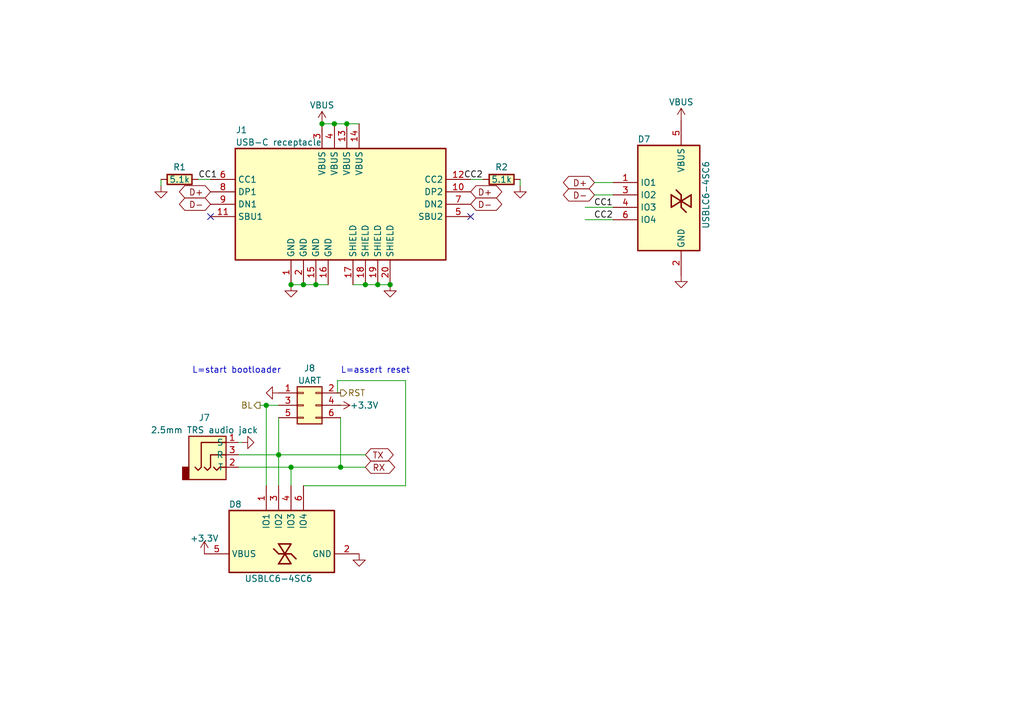
<source format=kicad_sch>
(kicad_sch (version 20230121) (generator eeschema)
  (paper "A5")
  (title_block (title "rSIM") (date "$date$") (rev "$version$.$revision$") (company "CuVoodoo") (comment 1 "King Kévin") (comment 2 "CERN-OHL-S") (comment 3 "USB and UART ports"))
  (lib_symbols
    (symbol "Connector_Audio:AudioJack3"
      (property "Reference" "J7" (at -1.905 7.62 0))
      (property "Value" "2.5mm TRS audio jack" (at -1.905 5.08 0))
      (symbol "AudioJack3_0_1"
        (rectangle (start -5.08 -5.08) (end -6.35 -2.54) (stroke (width 0.254)) (fill (type outline)))
        (polyline (pts (xy 0 -2.54) (xy 0.635 -3.175) (xy 1.27 -2.54) (xy 2.54 -2.54)) (stroke (width 0.254)))
        (polyline (pts (xy -1.905 -2.54) (xy -1.27 -3.175) (xy -0.635 -2.54) (xy -0.635 0) (xy 2.54 0)) (stroke (width 0.254)))
        (polyline (pts (xy 2.54 2.54) (xy -2.54 2.54) (xy -2.54 -2.54) (xy -3.175 -3.175) (xy -3.81 -2.54)) (stroke (width 0.254)))
        (rectangle (start 2.54 3.81) (end -5.08 -5.08) (stroke (width 0.254)) (fill (type background)))
      )
      (symbol "AudioJack3_1_1"
        (pin passive line (at 5.08 2.54 180) (length 2.54) (name "S") (number "1"))
        (pin passive line (at 5.08 -2.54 180) (length 2.54) (name "T") (number "2"))
        (pin passive line (at 5.08 0 180) (length 2.54) (name "R") (number "3"))
      )
    )
    (symbol "Connector_Generic:Conn_02x03_Odd_Even" (pin_names (offset 1.016) hide)
      (property "Reference" "J" (at 1.27 5.08 0))
      (property "Value" "Conn_02x03_Odd_Even" (at 1.27 -5.08 0))
      (symbol "Conn_02x03_Odd_Even_1_1"
        (rectangle (start -1.27 -2.413) (end 0 -2.667) (stroke (width 0.1524)))
        (rectangle (start -1.27 0.127) (end 0 -0.127) (stroke (width 0.1524)))
        (rectangle (start -1.27 2.667) (end 0 2.413) (stroke (width 0.1524)))
        (rectangle (start -1.27 3.81) (end 3.81 -3.81) (stroke (width 0.254)) (fill (type background)))
        (rectangle (start 3.81 -2.413) (end 2.54 -2.667) (stroke (width 0.1524)))
        (rectangle (start 3.81 0.127) (end 2.54 -0.127) (stroke (width 0.1524)))
        (rectangle (start 3.81 2.667) (end 2.54 2.413) (stroke (width 0.1524)))
        (pin passive line (at -5.08 2.54 0) (length 3.81) (name "Pin_1") (number "1"))
        (pin passive line (at 7.62 2.54 180) (length 3.81) (name "Pin_2") (number "2"))
        (pin passive line (at -5.08 0 0) (length 3.81) (name "Pin_3") (number "3"))
        (pin passive line (at 7.62 0 180) (length 3.81) (name "Pin_4") (number "4"))
        (pin passive line (at -5.08 -2.54 0) (length 3.81) (name "Pin_5") (number "5"))
        (pin passive line (at 7.62 -2.54 180) (length 3.81) (name "Pin_6") (number "6"))
      )
    )
    (symbol "VCC_1" (power) (pin_names (offset 0))
      (property "Value" "VCC_1" (at 0 3.81 0))
      (symbol "VCC_1_0_1"
        (polyline (pts (xy -0.762 1.27) (xy 0 2.54)))
        (polyline (pts (xy 0 0) (xy 0 2.54)))
        (polyline (pts (xy 0 2.54) (xy 0.762 1.27)))
      )
      (symbol "VCC_1_1_1"
        (pin power_in line (at 0 0 90) (length 0) hide (name "VBUS") (number "1"))
      )
    )
    (symbol "partdb:TVS/USBLC6-4SC6"
      (property "Reference" "D" (at 0 0.762 0))
      (property "Value" "USBLC6-4SC6" (at 9.652 -22.352 0))
      (symbol "TVS/USBLC6-4SC6_1_1"
        (polyline (pts (xy 8.89 -12.7) (xy 9.906 -13.716)) (stroke (width 0.305)))
        (polyline (pts (xy 8.89 -10.16) (xy 7.874 -9.144)) (stroke (width 0.305)))
        (polyline (pts (xy 8.89 -10.16) (xy 8.89 -12.7)) (stroke (width 0.305)))
        (polyline (pts (xy 6.858 -10.16) (xy 8.89 -11.43) (xy 6.858 -12.7) (xy 6.858 -10.16)) (stroke (width 0.305)) (fill (type background)))
        (polyline (pts (xy 10.922 -10.16) (xy 8.89 -11.43) (xy 10.922 -12.7) (xy 10.922 -10.16)) (stroke (width 0.305)) (fill (type background)))
        (rectangle (start 0 0) (end 12.7 -21.59) (stroke (width 0.305)) (fill (type background)))
        (pin passive line (at -5.08 -7.62 0) (length 5.08) (name "IO1") (number "1"))
        (pin power_in line (at 8.89 -26.67 90) (length 5.08) (name "GND") (number "2"))
        (pin passive line (at -5.08 -10.16 0) (length 5.08) (name "IO2") (number "3"))
        (pin passive line (at -5.08 -12.7 0) (length 5.08) (name "IO3") (number "4"))
        (pin power_in line (at 8.89 5.08 270) (length 5.08) (name "VBUS") (number "5"))
        (pin passive line (at -5.08 -15.24 0) (length 5.08) (name "IO4") (number "6"))
      )
    )
    (symbol "partdb:USB/TYPE-C-31-M-12"
      (property "Reference" "J" (at 0 0.762 0))
      (property "Value" "HRO_TYPE-C-31-M-12" (at 32.512 -23.622 0))
      (symbol "USB/TYPE-C-31-M-12_1_1"
        (rectangle (start 0 0) (end 43.18 -22.86) (stroke (width 0.305)) (fill (type background)))
        (pin power_in line (at 11.43 -27.94 90) (length 5.08) (name "GND") (number "1"))
        (pin bidirectional line (at 48.26 -8.89 180) (length 5.08) (name "DP2") (number "10"))
        (pin bidirectional line (at -5.08 -13.97 0) (length 5.08) (name "SBU1") (number "11"))
        (pin bidirectional line (at 48.26 -6.35 180) (length 5.08) (name "CC2") (number "12"))
        (pin power_in line (at 22.86 5.08 270) (length 5.08) (name "VBUS") (number "13"))
        (pin power_in line (at 25.4 5.08 270) (length 5.08) (name "VBUS") (number "14"))
        (pin power_in line (at 16.51 -27.94 90) (length 5.08) (name "GND") (number "15"))
        (pin power_in line (at 19.05 -27.94 90) (length 5.08) (name "GND") (number "16"))
        (pin passive line (at 24.13 -27.94 90) (length 5.08) (name "SHIELD") (number "17"))
        (pin passive line (at 26.67 -27.94 90) (length 5.08) (name "SHIELD") (number "18"))
        (pin passive line (at 29.21 -27.94 90) (length 5.08) (name "SHIELD") (number "19"))
        (pin power_in line (at 13.97 -27.94 90) (length 5.08) (name "GND") (number "2"))
        (pin passive line (at 31.75 -27.94 90) (length 5.08) (name "SHIELD") (number "20"))
        (pin power_in line (at 17.78 5.08 270) (length 5.08) (name "VBUS") (number "3"))
        (pin power_in line (at 20.32 5.08 270) (length 5.08) (name "VBUS") (number "4"))
        (pin bidirectional line (at 48.26 -13.97 180) (length 5.08) (name "SBU2") (number "5"))
        (pin bidirectional line (at -5.08 -6.35 0) (length 5.08) (name "CC1") (number "6"))
        (pin bidirectional line (at 48.26 -11.43 180) (length 5.08) (name "DN2") (number "7"))
        (pin bidirectional line (at -5.08 -8.89 0) (length 5.08) (name "DP1") (number "8"))
        (pin bidirectional line (at -5.08 -11.43 0) (length 5.08) (name "DN1") (number "9"))
      )
    )
    (symbol "partdb:resistor/R0603 5.1K 1%" (pin_numbers hide) (pin_names hide)
      (property "Reference" "R" (at 0 1.778 0))
      (property "Value" "R0603" (at 0 -1.778 0))
      (symbol "resistor/R0603 5.1K 1%_1_1"
        (rectangle (start -2.54 1.016) (end 2.54 -1.016) (stroke (width 0.305)) (fill (type background)))
        (pin passive line (at -3.81 0 0) (length 1.27) (name "L") (number "1"))
        (pin passive line (at 3.81 0 180) (length 1.27) (name "R") (number "2"))
      )
    )
    (symbol "power:+3.3V" (power) (pin_names (offset 0))
      (property "Value" "+3.3V" (at 0 3.556 0))
      (symbol "+3.3V_0_1"
        (polyline (pts (xy -0.762 1.27) (xy 0 2.54)))
        (polyline (pts (xy 0 0) (xy 0 2.54)))
        (polyline (pts (xy 0 2.54) (xy 0.762 1.27)))
      )
      (symbol "+3.3V_1_1"
        (pin power_in line (at 0 0 90) (length 0) hide (name "+3.3V") (number "1"))
      )
    )
    (symbol "power:GND" (power) (pin_names (offset 0))
      (property "Value" "GND" (at 0 -3.81 0))
      (symbol "GND_0_1"
        (polyline (pts (xy 0 0) (xy 0 -1.27) (xy 1.27 -1.27) (xy 0 -2.54) (xy -1.27 -1.27) (xy 0 -1.27)))
      )
      (symbol "GND_1_1"
        (pin power_in line (at 0 0 270) (length 0) hide (name "GND") (number "1"))
      )
    )
    (symbol "resistor/R0603 5.1K 1%_1" (pin_numbers hide) (pin_names hide)
      (property "Reference" "R" (at 0 1.778 0))
      (property "Value" "R0603" (at 0 -1.778 0))
      (symbol "resistor/R0603 5.1K 1%_1_1_1"
        (rectangle (start -2.54 1.016) (end 2.54 -1.016) (stroke (width 0.305)) (fill (type background)))
        (pin passive line (at -3.81 0 0) (length 1.27) (name "L") (number "1"))
        (pin passive line (at 3.81 0 180) (length 1.27) (name "R") (number "2"))
      )
    )
  )
  (junction (at 71.12 25.4))
  (junction (at 74.93 58.42))
  (junction (at 69.85 95.885))
  (junction (at 77.47 58.42))
  (junction (at 64.77 58.42))
  (junction (at 80.01 58.42))
  (junction (at 66.04 25.4))
  (junction (at 68.58 25.4))
  (junction (at 57.15 93.345))
  (junction (at 59.69 58.42))
  (junction (at 59.69 95.885))
  (junction (at 54.61 83.185))
  (junction (at 62.23 58.42))
  (no_connect (at 43.18 44.45))
  (no_connect (at 96.52 44.45))
  (wire (pts (xy 57.15 85.725) (xy 57.15 93.345)))
  (wire (pts (xy 53.34 83.185) (xy 54.61 83.185)))
  (wire (pts (xy 83.185 78.105) (xy 83.185 99.695)))
  (wire (pts (xy 125.73 45.085) (xy 120.015 45.085)))
  (wire (pts (xy 48.895 93.345) (xy 57.15 93.345)))
  (wire (pts (xy 68.58 25.4) (xy 71.12 25.4)))
  (wire (pts (xy 40.64 36.83) (xy 43.18 36.83)))
  (wire (pts (xy 83.185 99.695) (xy 62.23 99.695)))
  (wire (pts (xy 64.77 58.42) (xy 67.31 58.42)))
  (wire (pts (xy 69.85 95.885) (xy 74.93 95.885)))
  (wire (pts (xy 33.02 38.1) (xy 33.02 36.83)))
  (wire (pts (xy 121.92 40.005) (xy 125.73 40.005)))
  (wire (pts (xy 66.04 25.4) (xy 68.58 25.4)))
  (wire (pts (xy 57.15 93.345) (xy 57.15 99.695)))
  (wire (pts (xy 48.895 95.885) (xy 59.69 95.885)))
  (wire (pts (xy 77.47 58.42) (xy 80.01 58.42)))
  (wire (pts (xy 62.23 58.42) (xy 64.77 58.42)))
  (wire (pts (xy 74.93 58.42) (xy 77.47 58.42)))
  (wire (pts (xy 57.15 93.345) (xy 74.93 93.345)))
  (wire (pts (xy 106.68 38.1) (xy 106.68 36.83)))
  (wire (pts (xy 121.92 37.465) (xy 125.73 37.465)))
  (wire (pts (xy 59.69 95.885) (xy 69.85 95.885)))
  (wire (pts (xy 54.61 83.185) (xy 54.61 99.695)))
  (wire (pts (xy 48.895 90.805) (xy 49.53 90.805)))
  (wire (pts (xy 72.39 58.42) (xy 74.93 58.42)))
  (wire (pts (xy 69.215 80.645) (xy 69.85 80.645)))
  (wire (pts (xy 69.215 78.105) (xy 83.185 78.105)))
  (wire (pts (xy 59.69 95.885) (xy 59.69 99.695)))
  (wire (pts (xy 69.85 83.185) (xy 69.215 83.185)))
  (wire (pts (xy 69.215 80.645) (xy 69.215 78.105)))
  (wire (pts (xy 99.06 36.83) (xy 96.52 36.83)))
  (wire (pts (xy 54.61 83.185) (xy 57.15 83.185)))
  (wire (pts (xy 125.73 42.545) (xy 120.015 42.545)))
  (wire (pts (xy 71.12 25.4) (xy 73.66 25.4)))
  (wire (pts (xy 69.85 85.725) (xy 69.85 95.885)))
  (wire (pts (xy 59.69 58.42) (xy 62.23 58.42)))
  (text "L=assert reset" (at 69.85 76.835 0) (effects (font (size 1.27 1.27)) (justify left bottom)))
  (text "L=start bootloader" (at 39.37 76.835 0) (effects (font (size 1.27 1.27)) (justify left bottom)))
  (label "CC2" (at 125.73 45.085 180))
  (label "CC2" (at 99.06 36.83 180))
  (label "CC1" (at 125.73 42.545 180))
  (label "CC1" (at 40.64 36.83 0))
  (global_label "D-" (shape bidirectional) (at 96.52 41.91 0) (property "Intersheetrefs" "${INTERSHEET_REFS}" (effects hide)))
  (global_label "D-" (shape bidirectional) (at 121.92 40.005 180) (property "Intersheetrefs" "${INTERSHEET_REFS}" (effects hide)))
  (global_label "D+" (shape bidirectional) (at 121.92 37.465 180) (property "Intersheetrefs" "${INTERSHEET_REFS}" (effects hide)))
  (global_label "RX" (shape bidirectional) (at 74.93 95.885 0) (property "Intersheetrefs" "${INTERSHEET_REFS}" (effects hide)))
  (global_label "D+" (shape bidirectional) (at 96.52 39.37 0) (property "Intersheetrefs" "${INTERSHEET_REFS}" (effects hide)))
  (global_label "D+" (shape bidirectional) (at 43.18 39.37 180) (property "Intersheetrefs" "${INTERSHEET_REFS}" (effects hide)))
  (global_label "D-" (shape bidirectional) (at 43.18 41.91 180) (property "Intersheetrefs" "${INTERSHEET_REFS}" (effects hide)))
  (global_label "TX" (shape bidirectional) (at 74.93 93.345 0) (property "Intersheetrefs" "${INTERSHEET_REFS}" (effects hide)))
  (hierarchical_label "BL" (shape output) (at 53.34 83.185 180))
  (hierarchical_label "RST" (shape output) (at 69.85 80.645 0))
  (symbol (lib_id "partdb:TVS/USBLC6-4SC6") (at 130.81 29.845 0) (unit 1)
    (property "Reference" "D7" (at 132.08 28.575 0))
    (property "Value" "USBLC6-4SC6" (at 144.78 40.005 90))
    (property "Footprint" "qeda:SOT95P280X145-6N" (effects hide))
    (property "Datasheet" "https://www.st.com/resource/en/datasheet/usblc6-4.pdf" (effects hide))
    (property "qeda_part" "diode/tvs_st_usblc6-4" (effects hide))
    (property "qeda_variant" "sc6" (effects hide))
    (property "Description" "TVS 4-line" (effects hide))
    (property "LCSC" "C558419" (effects hide))
    (instances (project "rsim" (path "" (reference "D7") (unit 1)) (path "" (reference "D2") (unit 1))))
  )
  (symbol (lib_id "partdb:resistor/R0603 5.1K 1%") (at 102.87 36.83 0) (unit 1)
    (property "Reference" "R2" (at 102.87 34.29 0))
    (property "Value" "5.1k" (at 102.87 36.83 0))
    (property "Footprint" "qeda:UC1608X55N" (effects hide))
    (property "Datasheet" "resistor, chip, 1.6x0.8 mm" (effects hide))
    (property "qeda_part" "resistor/r0603" (effects hide))
    (property "JLCPCB_CORRECTION" "0;0;-90" (effects hide))
    (property "LCSC" "C23186" (effects hide))
    (property "Description" "5.1k ±1%" (effects hide))
    (property "name" "resistor, chip, 1.6x0.8 mm" (effects hide))
  )
  (symbol (lib_name "resistor/R0603 5.1K 1%_1") (lib_id "partdb:resistor/R0603 5.1K 1%") (at 36.83 36.83 0) (unit 1)
    (property "Reference" "R1" (at 36.83 34.29 0))
    (property "Value" "5.1k" (at 36.83 36.83 0))
    (property "Footprint" "qeda:UC1608X55N" (effects hide))
    (property "Datasheet" "resistor, chip, 1.6x0.8 mm" (effects hide))
    (property "qeda_part" "resistor/r0603" (effects hide))
    (property "JLCPCB_CORRECTION" "0;0;-90" (effects hide))
    (property "LCSC" "C23186" (effects hide))
    (property "Description" "5.1k ±1%" (effects hide))
    (property "name" "resistor, chip, 1.6x0.8 mm" (effects hide))
  )
  (symbol (lib_id "power:GND") (at 57.15 80.645 270) (mirror x) (unit 1)
    (property "Reference" "#PWR036" (effects hide))
    (property "Value" "GND" (effects hide))
    (instances (project "rsim" (path "" (reference "#PWR036") (unit 1)) (path "" (reference "#PWR04") (unit 1))))
  )
  (symbol (lib_id "power:GND") (at 80.01 58.42 0) (unit 1)
    (property "Reference" "#PWR013" (effects hide))
    (property "Value" "GND" (effects hide))
    (instances (project "rsim" (path "" (reference "#PWR013") (unit 1)) (path "" (reference "#PWR09") (unit 1))))
  )
  (symbol (lib_id "Connector_Audio:AudioJack3") (at 43.815 93.345 0) (unit 1)
    (property "Reference" "J7" (at 41.91 85.725 0))
    (property "Value" "2.5mm TRS audio jack" (at 41.91 88.265 0))
    (property "Footprint" "qeda:CONNECTOR_PJ-208-SMT" (effects hide))
    (instances (project "rsim" (path "" (reference "J7") (unit 1)) (path "" (reference "J1") (unit 1))))
  )
  (symbol (lib_name "VCC_1") (lib_id "power:VCC") (at 66.04 25.4 0) (unit 1)
    (property "Reference" "#PWR012" (effects hide))
    (property "Value" "VBUS" (at 66.04 21.59 0))
    (instances (project "rsim" (path "" (reference "#PWR012") (unit 1)) (path "" (reference "#PWR06") (unit 1))))
  )
  (symbol (lib_id "partdb:TVS/USBLC6-4SC6") (at 46.99 104.775 90) (mirror x) (unit 1)
    (property "Reference" "D8" (at 48.26 103.505 90))
    (property "Value" "USBLC6-4SC6" (at 57.15 118.745 90))
    (property "Footprint" "qeda:SOT95P280X145-6N" (effects hide))
    (property "Datasheet" "https://www.st.com/resource/en/datasheet/usblc6-4.pdf" (effects hide))
    (property "qeda_part" "diode/tvs_st_usblc6-4" (effects hide))
    (property "qeda_variant" "sc6" (effects hide))
    (property "Description" "TVS 4-line" (effects hide))
    (property "LCSC" "C558419" (effects hide))
    (instances (project "rsim" (path "" (reference "D8") (unit 1)) (path "" (reference "D1") (unit 1))))
  )
  (symbol (lib_name "VCC_1") (lib_id "power:VCC") (at 139.7 24.765 0) (unit 1)
    (property "Reference" "#PWR012" (effects hide))
    (property "Value" "VBUS" (at 139.7 20.955 0))
    (instances (project "rsim" (path "" (reference "#PWR012") (unit 1)) (path "" (reference "#PWR011") (unit 1))))
  )
  (symbol (lib_id "power:GND") (at 59.69 58.42 0) (unit 1)
    (property "Reference" "#PWR014" (effects hide))
    (property "Value" "GND" (effects hide))
    (instances (project "rsim" (path "" (reference "#PWR014") (unit 1)) (path "" (reference "#PWR05") (unit 1))))
  )
  (symbol (lib_id "power:GND") (at 139.7 56.515 0) (mirror y) (unit 1)
    (property "Reference" "#PWR033" (effects hide))
    (property "Value" "GND" (effects hide))
    (instances (project "rsim" (path "" (reference "#PWR033") (unit 1)) (path "" (reference "#PWR012") (unit 1))))
  )
  (symbol (lib_id "power:+3.3V") (at 69.215 83.185 270) (mirror x) (unit 1)
    (property "Reference" "#PWR035" (effects hide))
    (property "Value" "+3.3V" (at 71.755 83.185 90) (effects (justify left)))
    (instances (project "rsim" (path "" (reference "#PWR035") (unit 1)) (path "" (reference "#PWR07") (unit 1))))
  )
  (symbol (lib_id "power:GND") (at 73.66 113.665 0) (mirror y) (unit 1)
    (property "Reference" "#PWR018" (effects hide))
    (property "Value" "GND" (effects hide))
    (instances (project "rsim" (path "" (reference "#PWR018") (unit 1)) (path "" (reference "#PWR08") (unit 1))))
  )
  (symbol (lib_id "power:GND") (at 49.53 90.805 90) (mirror x) (unit 1)
    (property "Reference" "#PWR037" (effects hide))
    (property "Value" "GND" (effects hide))
    (instances (project "rsim" (path "" (reference "#PWR037") (unit 1)) (path "" (reference "#PWR03") (unit 1))))
  )
  (symbol (lib_id "power:+3.3V") (at 41.91 113.665 0) (mirror y) (unit 1)
    (property "Reference" "#PWR034" (effects hide))
    (property "Value" "+3.3V" (at 41.91 110.49 0))
    (instances (project "rsim" (path "" (reference "#PWR034") (unit 1)) (path "" (reference "#PWR02") (unit 1))))
  )
  (symbol (lib_id "power:GND") (at 106.68 38.1 0) (unit 1)
    (property "Reference" "#PWR015" (effects hide))
    (property "Value" "GND" (effects hide))
    (instances (project "rsim" (path "" (reference "#PWR015") (unit 1)) (path "" (reference "#PWR010") (unit 1))))
  )
  (symbol (lib_id "power:GND") (at 33.02 38.1 0) (unit 1)
    (property "Reference" "#PWR016" (effects hide))
    (property "Value" "GND" (effects hide))
    (instances (project "rsim" (path "" (reference "#PWR016") (unit 1)) (path "" (reference "#PWR01") (unit 1))))
  )
  (symbol (lib_id "partdb:USB/TYPE-C-31-M-12") (at 48.26 30.48 0) (unit 1)
    (property "Reference" "J1" (at 49.53 26.67 0))
    (property "Value" "USB-C receptacle" (at 57.15 29.21 0))
    (property "Footprint" "qeda:CONNECTOR_HRO_TYPE-C-31-M-12" (effects hide))
    (property "Datasheet" "https://datasheet.lcsc.com/lcsc/2205251630_Korean-Hroparts-Elec-TYPE-C-31-M-12_C165948.pdf" (effects hide))
    (property "qeda_part" "connector/usb-c_hro_type-c-31-m-12" (effects hide))
    (property "LCSC" "C165948" (effects hide))
    (property "Description" "USB-C receptacle 16p, SMD + 4 tabs" (effects hide))
    (instances (project "rsim" (path "" (reference "J1") (unit 1)) (path "" (reference "J2") (unit 1))))
  )
  (symbol (lib_id "Connector_Generic:Conn_02x03_Odd_Even") (at 62.23 83.185 0) (unit 1)
    (property "Reference" "J8" (at 63.5 75.565 0))
    (property "Value" "UART" (at 63.5 78.105 0))
    (property "Footprint" "Connector_IDC:IDC-Header_2x03_P2.54mm_Vertical" (effects hide))
    (instances (project "rsim" (path "" (reference "J8") (unit 1)) (path "" (reference "J3") (unit 1))))
  )
)
</source>
